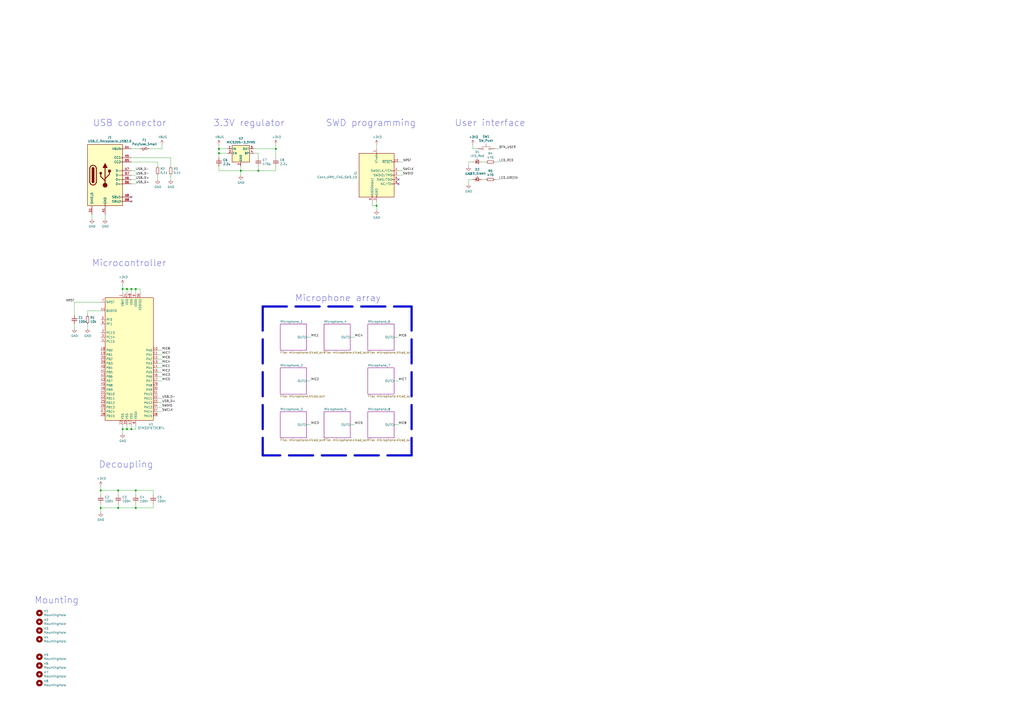
<source format=kicad_sch>
(kicad_sch (version 20210126) (generator eeschema)
  (paper "A2")
  (title_block (date "2021-02-27"))
  (lib_symbols
    (symbol "Connector:Conn_ARM_JTAG_SWD_10" (pin_names (offset 1.016))
      (property "Reference" "J" (at -2.54 16.51 0))
      (property "Value" "Conn_ARM_JTAG_SWD_10" (at -2.54 13.97 0))
      (symbol "Conn_ARM_JTAG_SWD_10_0_1"
        (rectangle (start -10.16 12.7) (end 10.16 -12.7) (stroke (width 0.254)) (fill (type background)))
        (rectangle (start -2.794 -12.7) (end -2.286 -11.684))
        (rectangle (start -0.254 -12.7) (end 0.254 -11.684))
        (rectangle (start -0.254 12.7) (end 0.254 11.684))
        (rectangle (start 9.144 2.286) (end 10.16 2.794))
        (rectangle (start 10.16 -2.794) (end 9.144 -2.286))
        (rectangle (start 10.16 -0.254) (end 9.144 0.254))
        (rectangle (start 10.16 7.874) (end 9.144 7.366))
      )
      (symbol "Conn_ARM_JTAG_SWD_10_1_1"
        (rectangle (start 9.144 -5.334) (end 10.16 -4.826))
        (pin power_in line (at 0 15.24 270) (length 2.54) (name "VTref") (number "1"))
        (pin open_collector line (at 12.7 7.62 180) (length 2.54) (name "~RESET~") (number "10"))
        (pin bidirectional line (at 12.7 0 180) (length 2.54) (name "SWDIO/TMS") (number "2"))
        (pin power_in line (at 0 -15.24 90) (length 2.54) (name "GND") (number "3"))
        (pin output line (at 12.7 2.54 180) (length 2.54) (name "SWDCLK/TCK") (number "4"))
        (pin passive line (at 0 -15.24 90) (length 2.54) hide (name "GND") (number "5"))
        (pin input line (at 12.7 -2.54 180) (length 2.54) (name "SWO/TDO") (number "6"))
        (pin no_connect line (at -10.16 0 0) (length 2.54) hide (name "KEY") (number "7"))
        (pin output line (at 12.7 -5.08 180) (length 2.54) (name "NC/TDI") (number "8"))
        (pin passive line (at -2.54 -15.24 90) (length 2.54) (name "GNDDetect") (number "9"))
      )
    )
    (symbol "Device:C_Small" (pin_numbers hide) (pin_names (offset 0.254) hide)
      (property "Reference" "C" (at 0.254 1.778 0))
      (property "Value" "C_Small" (at 0.254 -2.032 0))
      (symbol "C_Small_0_1"
        (polyline (pts (xy -1.524 -0.508) (xy 1.524 -0.508)) (stroke (width 0.3302)))
        (polyline (pts (xy -1.524 0.508) (xy 1.524 0.508)) (stroke (width 0.3048)))
      )
      (symbol "C_Small_1_1"
        (pin passive line (at 0 2.54 270) (length 2.032) (name "~") (number "1"))
        (pin passive line (at 0 -2.54 90) (length 2.032) (name "~") (number "2"))
      )
    )
    (symbol "Device:LED_Small" (pin_numbers hide) (pin_names (offset 0.254) hide)
      (property "Reference" "D" (at -1.27 3.175 0))
      (property "Value" "LED_Small" (at -4.445 -2.54 0))
      (symbol "LED_Small_0_1"
        (polyline (pts (xy -0.762 -1.016) (xy -0.762 1.016)) (stroke (width 0.254)))
        (polyline (pts (xy 1.016 0) (xy -0.762 0)))
        (polyline (pts (xy 0.762 -1.016) (xy -0.762 0) (xy 0.762 1.016) (xy 0.762 -1.016)) (stroke (width 0.254)))
        (polyline (pts (xy 0 0.762) (xy -0.508 1.27) (xy -0.254 1.27) (xy -0.508 1.27) (xy -0.508 1.016)))
        (polyline (pts (xy 0.508 1.27) (xy 0 1.778) (xy 0.254 1.778) (xy 0 1.778) (xy 0 1.524)))
      )
      (symbol "LED_Small_1_1"
        (pin passive line (at -2.54 0 0) (length 1.778) (name "K") (number "1"))
        (pin passive line (at 2.54 0 180) (length 1.778) (name "A") (number "2"))
      )
    )
    (symbol "Device:Polyfuse_Small" (pin_numbers hide) (pin_names (offset 0))
      (property "Reference" "F" (at -1.905 0 90))
      (property "Value" "Polyfuse_Small" (at 1.905 0 90))
      (symbol "Polyfuse_Small_0_1"
        (rectangle (start -0.508 1.27) (end 0.508 -1.27))
        (polyline (pts (xy 0 2.54) (xy 0 -2.54)))
        (polyline (pts (xy -1.016 1.27) (xy -1.016 0.762) (xy 1.016 -0.762) (xy 1.016 -1.27)))
      )
      (symbol "Polyfuse_Small_1_1"
        (pin passive line (at 0 2.54 270) (length 0.635) (name "~") (number "1"))
        (pin passive line (at 0 -2.54 90) (length 0.635) (name "~") (number "2"))
      )
    )
    (symbol "Device:R_Small" (pin_numbers hide) (pin_names (offset 0.254) hide)
      (property "Reference" "R" (at 0.762 0.508 0))
      (property "Value" "R_Small" (at 0.762 -1.016 0))
      (symbol "R_Small_0_1"
        (rectangle (start -0.762 1.778) (end 0.762 -1.778) (stroke (width 0.2032)))
      )
      (symbol "R_Small_1_1"
        (pin passive line (at 0 2.54 270) (length 0.762) (name "~") (number "1"))
        (pin passive line (at 0 -2.54 90) (length 0.762) (name "~") (number "2"))
      )
    )
    (symbol "MCU_ST_STM32F0:STM32F072C8Tx"
      (property "Reference" "U" (at -15.24 36.83 0))
      (property "Value" "STM32F072C8Tx" (at 7.62 36.83 0))
      (symbol "STM32F072C8Tx_0_1"
        (rectangle (start -15.24 -35.56) (end 12.7 35.56) (stroke (width 0.254)) (fill (type background)))
      )
      (symbol "STM32F072C8Tx_1_1"
        (pin power_in line (at -5.08 38.1 270) (length 2.54) (name "VBAT") (number "1"))
        (pin bidirectional line (at 15.24 5.08 180) (length 2.54) (name "PA0") (number "10"))
        (pin bidirectional line (at 15.24 2.54 180) (length 2.54) (name "PA1") (number "11"))
        (pin bidirectional line (at 15.24 0 180) (length 2.54) (name "PA2") (number "12"))
        (pin bidirectional line (at 15.24 -2.54 180) (length 2.54) (name "PA3") (number "13"))
        (pin bidirectional line (at 15.24 -5.08 180) (length 2.54) (name "PA4") (number "14"))
        (pin bidirectional line (at 15.24 -7.62 180) (length 2.54) (name "PA5") (number "15"))
        (pin bidirectional line (at 15.24 -10.16 180) (length 2.54) (name "PA6") (number "16"))
        (pin bidirectional line (at 15.24 -12.7 180) (length 2.54) (name "PA7") (number "17"))
        (pin bidirectional line (at -17.78 5.08 0) (length 2.54) (name "PB0") (number "18"))
        (pin bidirectional line (at -17.78 2.54 0) (length 2.54) (name "PB1") (number "19"))
        (pin bidirectional line (at -17.78 15.24 0) (length 2.54) (name "PC13") (number "2"))
        (pin bidirectional line (at -17.78 0 0) (length 2.54) (name "PB2") (number "20"))
        (pin bidirectional line (at -17.78 -20.32 0) (length 2.54) (name "PB10") (number "21"))
        (pin bidirectional line (at -17.78 -22.86 0) (length 2.54) (name "PB11") (number "22"))
        (pin power_in line (at -5.08 -38.1 90) (length 2.54) (name "VSS") (number "23"))
        (pin power_in line (at -2.54 38.1 270) (length 2.54) (name "VDD") (number "24"))
        (pin bidirectional line (at -17.78 -25.4 0) (length 2.54) (name "PB12") (number "25"))
        (pin bidirectional line (at -17.78 -27.94 0) (length 2.54) (name "PB13") (number "26"))
        (pin bidirectional line (at -17.78 -30.48 0) (length 2.54) (name "PB14") (number "27"))
        (pin bidirectional line (at -17.78 -33.02 0) (length 2.54) (name "PB15") (number "28"))
        (pin bidirectional line (at 15.24 -15.24 180) (length 2.54) (name "PA8") (number "29"))
        (pin bidirectional line (at -17.78 12.7 0) (length 2.54) (name "PC14") (number "3"))
        (pin bidirectional line (at 15.24 -17.78 180) (length 2.54) (name "PA9") (number "30"))
        (pin bidirectional line (at 15.24 -20.32 180) (length 2.54) (name "PA10") (number "31"))
        (pin bidirectional line (at 15.24 -22.86 180) (length 2.54) (name "PA11") (number "32"))
        (pin bidirectional line (at 15.24 -25.4 180) (length 2.54) (name "PA12") (number "33"))
        (pin bidirectional line (at 15.24 -27.94 180) (length 2.54) (name "PA13") (number "34"))
        (pin power_in line (at -2.54 -38.1 90) (length 2.54) (name "VSS") (number "35"))
        (pin power_in line (at 5.08 38.1 270) (length 2.54) (name "VDDIO2") (number "36"))
        (pin bidirectional line (at 15.24 -30.48 180) (length 2.54) (name "PA14") (number "37"))
        (pin bidirectional line (at 15.24 -33.02 180) (length 2.54) (name "PA15") (number "38"))
        (pin bidirectional line (at -17.78 -2.54 0) (length 2.54) (name "PB3") (number "39"))
        (pin bidirectional line (at -17.78 10.16 0) (length 2.54) (name "PC15") (number "4"))
        (pin bidirectional line (at -17.78 -5.08 0) (length 2.54) (name "PB4") (number "40"))
        (pin bidirectional line (at -17.78 -7.62 0) (length 2.54) (name "PB5") (number "41"))
        (pin bidirectional line (at -17.78 -10.16 0) (length 2.54) (name "PB6") (number "42"))
        (pin bidirectional line (at -17.78 -12.7 0) (length 2.54) (name "PB7") (number "43"))
        (pin input line (at -17.78 27.94 0) (length 2.54) (name "BOOT0") (number "44"))
        (pin bidirectional line (at -17.78 -15.24 0) (length 2.54) (name "PB8") (number "45"))
        (pin bidirectional line (at -17.78 -17.78 0) (length 2.54) (name "PB9") (number "46"))
        (pin power_in line (at 0 -38.1 90) (length 2.54) (name "VSS") (number "47"))
        (pin power_in line (at 0 38.1 270) (length 2.54) (name "VDD") (number "48"))
        (pin input line (at -17.78 22.86 0) (length 2.54) (name "PF0") (number "5"))
        (pin input line (at -17.78 20.32 0) (length 2.54) (name "PF1") (number "6"))
        (pin input line (at -17.78 33.02 0) (length 2.54) (name "NRST") (number "7"))
        (pin power_in line (at 2.54 -38.1 90) (length 2.54) (name "VSSA") (number "8"))
        (pin power_in line (at 2.54 38.1 270) (length 2.54) (name "VDDA") (number "9"))
      )
    )
    (symbol "Mechanical:MountingHole" (pin_names (offset 1.016))
      (property "Reference" "H" (at 0 5.08 0))
      (property "Value" "MountingHole" (at 0 3.175 0))
      (symbol "MountingHole_0_1"
        (circle (center 0 0) (radius 1.27) (stroke (width 1.27)))
      )
    )
    (symbol "Regulator_Linear:MIC5205-3.3YM5" (pin_names (offset 0.254))
      (property "Reference" "U" (at -3.81 5.715 0))
      (property "Value" "MIC5205-3.3YM5" (at 0 5.715 0))
      (symbol "MIC5205-3.3YM5_0_1"
        (rectangle (start -5.08 4.445) (end 5.08 -5.08) (stroke (width 0.254)) (fill (type background)))
      )
      (symbol "MIC5205-3.3YM5_1_1"
        (pin power_in line (at -7.62 2.54 0) (length 2.54) (name "IN") (number "1"))
        (pin power_in line (at 0 -7.62 90) (length 2.54) (name "GND") (number "2"))
        (pin input line (at -7.62 0 0) (length 2.54) (name "EN") (number "3"))
        (pin input line (at 7.62 0 180) (length 2.54) (name "BP") (number "4"))
        (pin power_out line (at 7.62 2.54 180) (length 2.54) (name "OUT") (number "5"))
      )
    )
    (symbol "Switch:SW_Push" (pin_numbers hide) (pin_names (offset 1.016) hide)
      (property "Reference" "SW" (at 1.27 2.54 0))
      (property "Value" "SW_Push" (at 0 -1.524 0))
      (symbol "SW_Push_0_1"
        (circle (center -2.032 0) (radius 0.508))
        (circle (center 2.032 0) (radius 0.508))
        (polyline (pts (xy 0 1.27) (xy 0 3.048)))
        (polyline (pts (xy 2.54 1.27) (xy -2.54 1.27)))
        (pin passive line (at -5.08 0 0) (length 2.54) (name "1") (number "1"))
        (pin passive line (at 5.08 0 180) (length 2.54) (name "2") (number "2"))
      )
    )
    (symbol "User:USB_C_Receptacle_USB2.0" (pin_names (offset 1.016))
      (property "Reference" "J" (at -10.16 19.05 0))
      (property "Value" "USB_C_Receptacle_USB2.0" (at 19.05 19.05 0))
      (symbol "USB_C_Receptacle_USB2.0_0_0"
        (rectangle (start -0.254 -17.78) (end 0.254 -16.764))
        (rectangle (start 10.16 -14.986) (end 9.144 -15.494))
        (rectangle (start 10.16 -12.446) (end 9.144 -12.954))
        (rectangle (start 10.16 -4.826) (end 9.144 -5.334))
        (rectangle (start 10.16 -2.286) (end 9.144 -2.794))
        (rectangle (start 10.16 0.254) (end 9.144 -0.254))
        (rectangle (start 10.16 2.794) (end 9.144 2.286))
        (rectangle (start 10.16 7.874) (end 9.144 7.366))
        (rectangle (start 10.16 10.414) (end 9.144 9.906))
        (rectangle (start 10.16 15.494) (end 9.144 14.986))
      )
      (symbol "USB_C_Receptacle_USB2.0_0_1"
        (arc (start -8.89 -3.81) (end -5.08 -3.81) (radius (at -6.985 -3.81) (length 1.905) (angles -179.9 -0.1)) (stroke (width 0.508)))
        (arc (start -7.62 -3.81) (end -6.35 -3.81) (radius (at -6.985 -3.81) (length 0.635) (angles -179.9 -0.1)) (stroke (width 0.254)))
        (arc (start -7.62 -3.81) (end -6.35 -3.81) (radius (at -6.985 -3.81) (length 0.635) (angles -179.9 -0.1)) (stroke (width 0.254)) (fill (type outline)))
        (arc (start -6.35 3.81) (end -7.62 3.81) (radius (at -6.985 3.81) (length 0.635) (angles 0.1 179.9)) (stroke (width 0.254)) (fill (type outline)))
        (arc (start -6.35 3.81) (end -7.62 3.81) (radius (at -6.985 3.81) (length 0.635) (angles 0.1 179.9)) (stroke (width 0.254)))
        (arc (start -5.08 3.81) (end -8.89 3.81) (radius (at -6.985 3.81) (length 1.905) (angles 0.1 179.9)) (stroke (width 0.508)))
        (circle (center -2.54 1.143) (radius 0.635) (stroke (width 0.254)) (fill (type outline)))
        (circle (center 0 -5.842) (radius 1.27) (fill (type outline)))
        (rectangle (start -10.16 17.78) (end 10.16 -17.78) (stroke (width 0.254)) (fill (type background)))
        (rectangle (start -7.62 -3.81) (end -6.35 3.81) (stroke (width 0.254)) (fill (type outline)))
        (rectangle (start 1.905 1.778) (end 3.175 3.048) (stroke (width 0.254)) (fill (type outline)))
        (polyline (pts (xy -8.89 -3.81) (xy -8.89 3.81)) (stroke (width 0.508)))
        (polyline (pts (xy -5.08 3.81) (xy -5.08 -3.81)) (stroke (width 0.508)))
        (polyline (pts (xy 0 -5.842) (xy 0 4.318)) (stroke (width 0.508)))
        (polyline (pts (xy 0 -3.302) (xy -2.54 -0.762) (xy -2.54 0.508)) (stroke (width 0.508)))
        (polyline (pts (xy 0 -2.032) (xy 2.54 0.508) (xy 2.54 1.778)) (stroke (width 0.508)))
        (polyline (pts (xy -1.27 4.318) (xy 0 6.858) (xy 1.27 4.318) (xy -1.27 4.318)) (stroke (width 0.254)) (fill (type outline)))
      )
      (symbol "USB_C_Receptacle_USB2.0_1_1"
        (pin passive line (at 0 -22.86 90) (length 5.08) (name "GND") (number "A1"))
        (pin passive line (at 0 -22.86 90) (length 5.08) hide (name "GND") (number "A12"))
        (pin passive line (at 15.24 15.24 180) (length 5.08) (name "VBUS") (number "A4"))
        (pin bidirectional line (at 15.24 10.16 180) (length 5.08) (name "CC1") (number "A5"))
        (pin bidirectional line (at 15.24 -2.54 180) (length 5.08) (name "D+") (number "A6"))
        (pin bidirectional line (at 15.24 2.54 180) (length 5.08) (name "D-") (number "A7"))
        (pin bidirectional line (at 15.24 -12.7 180) (length 5.08) (name "SBU1") (number "A8"))
        (pin passive line (at 15.24 15.24 180) (length 5.08) hide (name "VBUS") (number "A9"))
        (pin passive line (at 0 -22.86 90) (length 5.08) hide (name "GND") (number "B1"))
        (pin passive line (at 0 -22.86 90) (length 5.08) hide (name "GND") (number "B12"))
        (pin passive line (at 15.24 15.24 180) (length 5.08) hide (name "VBUS") (number "B4"))
        (pin bidirectional line (at 15.24 7.62 180) (length 5.08) (name "CC2") (number "B5"))
        (pin bidirectional line (at 15.24 -5.08 180) (length 5.08) (name "D+") (number "B6"))
        (pin bidirectional line (at 15.24 0 180) (length 5.08) (name "D-") (number "B7"))
        (pin bidirectional line (at 15.24 -15.24 180) (length 5.08) (name "SBU2") (number "B8"))
        (pin passive line (at 15.24 15.24 180) (length 5.08) hide (name "VBUS") (number "B9"))
        (pin passive line (at -7.62 -22.86 90) (length 5.08) (name "SHIELD") (number "S1"))
      )
    )
    (symbol "power:+3V3" (power) (pin_names (offset 0))
      (property "Value" "+3V3" (at 0 3.556 0))
      (symbol "+3V3_0_1"
        (polyline (pts (xy -0.762 1.27) (xy 0 2.54)))
        (polyline (pts (xy 0 0) (xy 0 2.54)))
        (polyline (pts (xy 0 2.54) (xy 0.762 1.27)))
      )
      (symbol "+3V3_1_1"
        (pin power_in line (at 0 0 90) (length 0) hide (name "+3V3") (number "1"))
      )
    )
    (symbol "power:GND" (power) (pin_names (offset 0))
      (property "Value" "GND" (at 0 -3.81 0))
      (symbol "GND_0_1"
        (polyline (pts (xy 0 0) (xy 0 -1.27) (xy 1.27 -1.27) (xy 0 -2.54) (xy -1.27 -1.27) (xy 0 -1.27)))
      )
      (symbol "GND_1_1"
        (pin power_in line (at 0 0 270) (length 0) hide (name "GND") (number "1"))
      )
    )
    (symbol "power:VBUS" (power) (pin_names (offset 0))
      (property "Value" "VBUS" (at 0 3.81 0))
      (symbol "VBUS_0_1"
        (polyline (pts (xy -0.762 1.27) (xy 0 2.54)))
        (polyline (pts (xy 0 0) (xy 0 2.54)))
        (polyline (pts (xy 0 2.54) (xy 0.762 1.27)))
      )
      (symbol "VBUS_1_1"
        (pin power_in line (at 0 0 90) (length 0) hide (name "VBUS") (number "1"))
      )
    )
  )
  (junction (at 58.42 284.48) (diameter 0.9144))
  (junction (at 58.42 294.64) (diameter 0.9144))
  (junction (at 68.58 284.48) (diameter 0.9144))
  (junction (at 68.58 294.64) (diameter 0.9144))
  (junction (at 71.12 167.64) (diameter 0.9144))
  (junction (at 71.12 248.92) (diameter 0.9144))
  (junction (at 73.66 167.64) (diameter 0.9144))
  (junction (at 73.66 248.92) (diameter 0.9144))
  (junction (at 76.2 167.64) (diameter 0.9144))
  (junction (at 76.2 248.92) (diameter 0.9144))
  (junction (at 78.74 167.64) (diameter 0.9144))
  (junction (at 78.74 284.48) (diameter 0.9144))
  (junction (at 78.74 294.64) (diameter 0.9144))
  (junction (at 127 86.36) (diameter 0.9144))
  (junction (at 127 88.9) (diameter 0.9144))
  (junction (at 139.7 99.06) (diameter 0.9144))
  (junction (at 149.86 99.06) (diameter 0.9144))
  (junction (at 160.02 86.36) (diameter 0.9144))
  (junction (at 218.44 119.38) (diameter 0.9144))
  (no_connect (at 76.2 114.3))
  (no_connect (at 76.2 116.84))
  (no_connect (at 231.14 104.14))
  (no_connect (at 231.14 106.68))
  (wire (pts (xy 43.18 175.26) (xy 43.18 182.88)))
  (wire (pts (xy 43.18 187.96) (xy 43.18 190.5)))
  (wire (pts (xy 50.8 180.34) (xy 58.42 180.34)))
  (wire (pts (xy 50.8 182.88) (xy 50.8 180.34)))
  (wire (pts (xy 50.8 187.96) (xy 50.8 190.5)))
  (wire (pts (xy 53.34 124.46) (xy 53.34 127)))
  (wire (pts (xy 58.42 175.26) (xy 43.18 175.26)))
  (wire (pts (xy 58.42 281.94) (xy 58.42 284.48)))
  (wire (pts (xy 58.42 284.48) (xy 58.42 287.02)))
  (wire (pts (xy 58.42 292.1) (xy 58.42 294.64)))
  (wire (pts (xy 58.42 294.64) (xy 58.42 297.18)))
  (wire (pts (xy 60.96 124.46) (xy 60.96 127)))
  (wire (pts (xy 68.58 284.48) (xy 58.42 284.48)))
  (wire (pts (xy 68.58 284.48) (xy 68.58 287.02)))
  (wire (pts (xy 68.58 292.1) (xy 68.58 294.64)))
  (wire (pts (xy 68.58 294.64) (xy 58.42 294.64)))
  (wire (pts (xy 71.12 165.1) (xy 71.12 167.64)))
  (wire (pts (xy 71.12 167.64) (xy 71.12 170.18)))
  (wire (pts (xy 71.12 167.64) (xy 73.66 167.64)))
  (wire (pts (xy 71.12 246.38) (xy 71.12 248.92)))
  (wire (pts (xy 71.12 248.92) (xy 71.12 251.46)))
  (wire (pts (xy 71.12 248.92) (xy 73.66 248.92)))
  (wire (pts (xy 73.66 167.64) (xy 73.66 170.18)))
  (wire (pts (xy 73.66 167.64) (xy 76.2 167.64)))
  (wire (pts (xy 73.66 246.38) (xy 73.66 248.92)))
  (wire (pts (xy 73.66 248.92) (xy 76.2 248.92)))
  (wire (pts (xy 76.2 86.36) (xy 81.28 86.36)))
  (wire (pts (xy 76.2 91.44) (xy 99.06 91.44)))
  (wire (pts (xy 76.2 99.06) (xy 78.74 99.06)))
  (wire (pts (xy 76.2 101.6) (xy 78.74 101.6)))
  (wire (pts (xy 76.2 104.14) (xy 78.74 104.14)))
  (wire (pts (xy 76.2 106.68) (xy 78.74 106.68)))
  (wire (pts (xy 76.2 167.64) (xy 76.2 170.18)))
  (wire (pts (xy 76.2 167.64) (xy 78.74 167.64)))
  (wire (pts (xy 76.2 246.38) (xy 76.2 248.92)))
  (wire (pts (xy 78.74 167.64) (xy 78.74 170.18)))
  (wire (pts (xy 78.74 167.64) (xy 81.28 167.64)))
  (wire (pts (xy 78.74 246.38) (xy 78.74 248.92)))
  (wire (pts (xy 78.74 248.92) (xy 76.2 248.92)))
  (wire (pts (xy 78.74 284.48) (xy 68.58 284.48)))
  (wire (pts (xy 78.74 284.48) (xy 78.74 287.02)))
  (wire (pts (xy 78.74 292.1) (xy 78.74 294.64)))
  (wire (pts (xy 78.74 294.64) (xy 68.58 294.64)))
  (wire (pts (xy 81.28 167.64) (xy 81.28 170.18)))
  (wire (pts (xy 86.36 86.36) (xy 93.98 86.36)))
  (wire (pts (xy 88.9 284.48) (xy 78.74 284.48)))
  (wire (pts (xy 88.9 287.02) (xy 88.9 284.48)))
  (wire (pts (xy 88.9 292.1) (xy 88.9 294.64)))
  (wire (pts (xy 88.9 294.64) (xy 78.74 294.64)))
  (wire (pts (xy 91.44 93.98) (xy 76.2 93.98)))
  (wire (pts (xy 91.44 96.52) (xy 91.44 93.98)))
  (wire (pts (xy 91.44 101.6) (xy 91.44 104.14)))
  (wire (pts (xy 91.44 203.2) (xy 93.98 203.2)))
  (wire (pts (xy 91.44 205.74) (xy 93.98 205.74)))
  (wire (pts (xy 91.44 208.28) (xy 93.98 208.28)))
  (wire (pts (xy 91.44 210.82) (xy 93.98 210.82)))
  (wire (pts (xy 91.44 213.36) (xy 93.98 213.36)))
  (wire (pts (xy 91.44 215.9) (xy 93.98 215.9)))
  (wire (pts (xy 91.44 218.44) (xy 93.98 218.44)))
  (wire (pts (xy 91.44 220.98) (xy 93.98 220.98)))
  (wire (pts (xy 91.44 231.14) (xy 93.98 231.14)))
  (wire (pts (xy 91.44 233.68) (xy 93.98 233.68)))
  (wire (pts (xy 91.44 236.22) (xy 93.98 236.22)))
  (wire (pts (xy 91.44 238.76) (xy 93.98 238.76)))
  (wire (pts (xy 93.98 86.36) (xy 93.98 83.82)))
  (wire (pts (xy 99.06 91.44) (xy 99.06 96.52)))
  (wire (pts (xy 99.06 101.6) (xy 99.06 104.14)))
  (wire (pts (xy 127 83.82) (xy 127 86.36)))
  (wire (pts (xy 127 86.36) (xy 132.08 86.36)))
  (wire (pts (xy 127 88.9) (xy 127 86.36)))
  (wire (pts (xy 127 88.9) (xy 127 91.44)))
  (wire (pts (xy 127 96.52) (xy 127 99.06)))
  (wire (pts (xy 127 99.06) (xy 139.7 99.06)))
  (wire (pts (xy 132.08 88.9) (xy 127 88.9)))
  (wire (pts (xy 139.7 96.52) (xy 139.7 99.06)))
  (wire (pts (xy 139.7 99.06) (xy 139.7 101.6)))
  (wire (pts (xy 147.32 86.36) (xy 160.02 86.36)))
  (wire (pts (xy 147.32 88.9) (xy 149.86 88.9)))
  (wire (pts (xy 149.86 88.9) (xy 149.86 91.44)))
  (wire (pts (xy 149.86 96.52) (xy 149.86 99.06)))
  (wire (pts (xy 149.86 99.06) (xy 139.7 99.06)))
  (wire (pts (xy 160.02 83.82) (xy 160.02 86.36)))
  (wire (pts (xy 160.02 86.36) (xy 160.02 91.44)))
  (wire (pts (xy 160.02 96.52) (xy 160.02 99.06)))
  (wire (pts (xy 160.02 99.06) (xy 149.86 99.06)))
  (wire (pts (xy 177.8 195.58) (xy 180.34 195.58)))
  (wire (pts (xy 177.8 220.98) (xy 180.34 220.98)))
  (wire (pts (xy 177.8 246.38) (xy 180.34 246.38)))
  (wire (pts (xy 203.2 195.58) (xy 205.74 195.58)))
  (wire (pts (xy 203.2 246.38) (xy 205.74 246.38)))
  (wire (pts (xy 215.9 116.84) (xy 215.9 119.38)))
  (wire (pts (xy 215.9 119.38) (xy 218.44 119.38)))
  (wire (pts (xy 218.44 83.82) (xy 218.44 86.36)))
  (wire (pts (xy 218.44 116.84) (xy 218.44 119.38)))
  (wire (pts (xy 218.44 119.38) (xy 218.44 121.92)))
  (wire (pts (xy 228.6 195.58) (xy 231.14 195.58)))
  (wire (pts (xy 228.6 220.98) (xy 231.14 220.98)))
  (wire (pts (xy 228.6 246.38) (xy 231.14 246.38)))
  (wire (pts (xy 231.14 93.98) (xy 233.68 93.98)))
  (wire (pts (xy 231.14 99.06) (xy 233.68 99.06)))
  (wire (pts (xy 231.14 101.6) (xy 233.68 101.6)))
  (wire (pts (xy 271.78 93.98) (xy 271.78 96.52)))
  (wire (pts (xy 271.78 104.14) (xy 271.78 106.68)))
  (wire (pts (xy 274.32 83.82) (xy 274.32 86.36)))
  (wire (pts (xy 274.32 86.36) (xy 276.86 86.36)))
  (wire (pts (xy 274.32 93.98) (xy 271.78 93.98)))
  (wire (pts (xy 274.32 104.14) (xy 271.78 104.14)))
  (wire (pts (xy 279.4 93.98) (xy 281.94 93.98)))
  (wire (pts (xy 279.4 104.14) (xy 281.94 104.14)))
  (wire (pts (xy 287.02 86.36) (xy 289.56 86.36)))
  (wire (pts (xy 287.02 93.98) (xy 289.56 93.98)))
  (wire (pts (xy 287.02 104.14) (xy 289.56 104.14)))
  (polyline (pts (xy 152.4 177.8) (xy 152.4 264.16)) (stroke (width 1.27) (type dash)))
  (polyline (pts (xy 152.4 177.8) (xy 238.76 177.8)) (stroke (width 1.27) (type dash)))
  (polyline (pts (xy 238.76 177.8) (xy 238.76 264.16)) (stroke (width 1.27) (type dash)))
  (polyline (pts (xy 238.76 264.16) (xy 152.4 264.16)) (stroke (width 1.27) (type dash)))
  (text "Mounting" (at 45.72 350.52 180) (effects (font (size 3.81 3.81)) (justify right bottom)))
  (text "Decoupling" (at 88.9 271.78 180) (effects (font (size 3.81 3.81)) (justify right bottom)))
  (text "USB connector" (at 96.52 73.66 180) (effects (font (size 3.81 3.81)) (justify right bottom)))
  (text "Microcontroller" (at 96.52 154.94 180) (effects (font (size 3.81 3.81)) (justify right bottom)))
  (text "3.3V regulator" (at 165.1 73.66 180) (effects (font (size 3.81 3.81)) (justify right bottom)))
  (text "Microphone array" (at 220.98 175.26 180) (effects (font (size 3.81 3.81)) (justify right bottom)))
  (text "SWD programming" (at 241.3 73.66 180) (effects (font (size 3.81 3.81)) (justify right bottom)))
  (text "User interface" (at 304.8 73.66 180) (effects (font (size 3.81 3.81)) (justify right bottom)))
  (label "NRST" (at 43.18 175.26 180))
  (label "USB_D-" (at 78.74 99.06 0))
  (label "USB_D-" (at 78.74 101.6 0))
  (label "USB_D+" (at 78.74 104.14 0))
  (label "USB_D+" (at 78.74 106.68 0))
  (label "MIC8" (at 93.98 203.2 0))
  (label "MIC7" (at 93.98 205.74 0))
  (label "MIC6" (at 93.98 208.28 0))
  (label "MIC4" (at 93.98 210.82 0))
  (label "MIC1" (at 93.98 213.36 0))
  (label "MIC2" (at 93.98 215.9 0))
  (label "MIC3" (at 93.98 218.44 0))
  (label "MIC5" (at 93.98 220.98 0))
  (label "USB_D-" (at 93.98 231.14 0))
  (label "USB_D+" (at 93.98 233.68 0))
  (label "SWDIO" (at 93.98 236.22 0))
  (label "SWCLK" (at 93.98 238.76 0))
  (label "MIC1" (at 180.34 195.58 0))
  (label "MIC2" (at 180.34 220.98 0))
  (label "MIC3" (at 180.34 246.38 0))
  (label "MIC4" (at 205.74 195.58 0))
  (label "MIC5" (at 205.74 246.38 0))
  (label "MIC6" (at 231.14 195.58 0))
  (label "MIC7" (at 231.14 220.98 0))
  (label "MIC8" (at 231.14 246.38 0))
  (label "NRST" (at 233.68 93.98 0))
  (label "SWCLK" (at 233.68 99.06 0))
  (label "SWDIO" (at 233.68 101.6 0))
  (label "BTN_USER" (at 289.56 86.36 0))
  (label "LED_RED" (at 289.56 93.98 0))
  (label "LED_GREEN" (at 289.56 104.14 0))
  (symbol (lib_id "power:+3V3") (at 58.42 281.94 0) (unit 1)
    (property "Reference" "#PWR04" (effects hide))
    (property "Value" "+3V3" (at 58.7883 277.6156 0))
  )
  (symbol (lib_id "power:+3V3") (at 71.12 165.1 0) (unit 1)
    (property "Reference" "#PWR07" (effects hide))
    (property "Value" "+3V3" (at 71.4883 160.7756 0))
  )
  (symbol (lib_id "power:VBUS") (at 93.98 83.82 0) (unit 1)
    (property "Reference" "#PWR010" (effects hide))
    (property "Value" "VBUS" (at 94.3483 79.4956 0))
  )
  (symbol (lib_id "power:VBUS") (at 127 83.82 0) (unit 1)
    (property "Reference" "#PWR012" (effects hide))
    (property "Value" "VBUS" (at 127.3683 79.4956 0))
  )
  (symbol (lib_id "power:+3V3") (at 160.02 83.82 0) (unit 1)
    (property "Reference" "#PWR014" (effects hide))
    (property "Value" "+3V3" (at 160.3883 79.4956 0))
  )
  (symbol (lib_id "power:+3V3") (at 218.44 83.82 0) (unit 1)
    (property "Reference" "#PWR015" (effects hide))
    (property "Value" "+3V3" (at 218.8083 79.4956 0))
  )
  (symbol (lib_id "power:+3V3") (at 274.32 83.82 0) (unit 1)
    (property "Reference" "#PWR019" (effects hide))
    (property "Value" "+3V3" (at 274.6883 79.4956 0))
  )
  (symbol (lib_id "power:GND") (at 43.18 190.5 0) (unit 1)
    (property "Reference" "#PWR01" (effects hide))
    (property "Value" "GND" (at 43.2943 194.8244 0))
  )
  (symbol (lib_id "power:GND") (at 50.8 190.5 0) (unit 1)
    (property "Reference" "#PWR02" (effects hide))
    (property "Value" "GND" (at 50.9143 194.8244 0))
  )
  (symbol (lib_id "power:GND") (at 53.34 127 0) (unit 1)
    (property "Reference" "#PWR03" (effects hide))
    (property "Value" "GND" (at 53.4543 131.3244 0))
  )
  (symbol (lib_id "power:GND") (at 58.42 297.18 0) (unit 1)
    (property "Reference" "#PWR05" (effects hide))
    (property "Value" "GND" (at 58.5343 301.5044 0))
  )
  (symbol (lib_id "power:GND") (at 60.96 127 0) (unit 1)
    (property "Reference" "#PWR06" (effects hide))
    (property "Value" "GND" (at 61.0743 131.3244 0))
  )
  (symbol (lib_id "power:GND") (at 71.12 251.46 0) (unit 1)
    (property "Reference" "#PWR08" (effects hide))
    (property "Value" "GND" (at 71.2343 255.7844 0))
  )
  (symbol (lib_id "power:GND") (at 91.44 104.14 0) (unit 1)
    (property "Reference" "#PWR09" (effects hide))
    (property "Value" "GND" (at 91.5543 108.4644 0))
  )
  (symbol (lib_id "power:GND") (at 99.06 104.14 0) (unit 1)
    (property "Reference" "#PWR011" (effects hide))
    (property "Value" "GND" (at 99.1743 108.4644 0))
  )
  (symbol (lib_id "power:GND") (at 139.7 101.6 0) (unit 1)
    (property "Reference" "#PWR013" (effects hide))
    (property "Value" "GND" (at 139.8143 105.9244 0))
  )
  (symbol (lib_id "power:GND") (at 218.44 121.92 0) (unit 1)
    (property "Reference" "#PWR016" (effects hide))
    (property "Value" "GND" (at 218.5543 126.2444 0))
  )
  (symbol (lib_id "power:GND") (at 271.78 96.52 0) (unit 1)
    (property "Reference" "#PWR017" (effects hide))
    (property "Value" "GND" (at 271.8943 100.8444 0))
  )
  (symbol (lib_id "power:GND") (at 271.78 106.68 0) (unit 1)
    (property "Reference" "#PWR018" (effects hide))
    (property "Value" "GND" (at 271.8943 111.0044 0))
  )
  (symbol (lib_id "Device:R_Small") (at 50.8 185.42 0) (unit 1)
    (property "Reference" "R1" (at 52.2987 184.2706 0) (effects (justify left)))
    (property "Value" "10k" (at 52.299 186.569 0) (effects (justify left)))
    (property "Tolerance" "1%" (effects hide))
    (property "Voltage" "50V" (effects hide))
  )
  (symbol (lib_id "Device:R_Small") (at 91.44 99.06 0) (unit 1)
    (property "Reference" "R2" (at 92.9387 97.9106 0) (effects (justify left)))
    (property "Value" "5.1k" (at 92.9386 100.203 0) (effects (justify left)))
    (property "Tolerance" "1%" (effects hide))
    (property "Voltage" "50V" (effects hide))
  )
  (symbol (lib_id "Device:R_Small") (at 99.06 99.06 0) (unit 1)
    (property "Reference" "R3" (at 100.5587 97.9106 0) (effects (justify left)))
    (property "Value" "5.1k" (at 100.5586 100.203 0) (effects (justify left)))
    (property "Tolerance" "1%" (effects hide))
    (property "Voltage" "50V" (effects hide))
  )
  (symbol (lib_id "Device:R_Small") (at 284.48 93.98 90) (unit 1)
    (property "Reference" "R4" (at 284.48 89.0332 90))
    (property "Value" "470" (at 284.48 91.3384 90))
    (property "Tolerance" "1%" (effects hide))
    (property "Voltage" "50V" (effects hide))
  )
  (symbol (lib_id "Device:R_Small") (at 284.48 104.14 90) (unit 1)
    (property "Reference" "R5" (at 284.48 99.1932 90))
    (property "Value" "470" (at 284.48 101.4984 90))
    (property "Tolerance" "1%" (effects hide))
    (property "Voltage" "50V" (effects hide))
  )
  (symbol (lib_id "Device:Polyfuse_Small") (at 83.82 86.36 90) (unit 1)
    (property "Reference" "F1" (at 83.82 81.2608 90))
    (property "Value" "Polyfuse_Small" (at 83.82 83.5595 90))
  )
  (symbol (lib_id "Mechanical:MountingHole") (at 22.86 355.6 0) (unit 1)
    (property "Reference" "H1" (at 25.4001 354.4506 0) (effects (justify left)))
    (property "Value" "MountingHole" (at 25.4001 356.7493 0) (effects (justify left)))
  )
  (symbol (lib_id "Mechanical:MountingHole") (at 22.86 360.68 0) (unit 1)
    (property "Reference" "H2" (at 25.4001 359.5306 0) (effects (justify left)))
    (property "Value" "MountingHole" (at 25.4001 361.8293 0) (effects (justify left)))
  )
  (symbol (lib_id "Mechanical:MountingHole") (at 22.86 365.76 0) (unit 1)
    (property "Reference" "H3" (at 25.4001 364.6106 0) (effects (justify left)))
    (property "Value" "MountingHole" (at 25.4001 366.9093 0) (effects (justify left)))
  )
  (symbol (lib_id "Mechanical:MountingHole") (at 22.86 370.84 0) (unit 1)
    (property "Reference" "H4" (at 25.4001 369.6906 0) (effects (justify left)))
    (property "Value" "MountingHole" (at 25.4001 371.9893 0) (effects (justify left)))
  )
  (symbol (lib_id "Mechanical:MountingHole") (at 22.86 381 0) (unit 1)
    (property "Reference" "H5" (at 25.4001 379.8506 0) (effects (justify left)))
    (property "Value" "MountingHole" (at 25.4001 382.1493 0) (effects (justify left)))
  )
  (symbol (lib_id "Mechanical:MountingHole") (at 22.86 386.08 0) (unit 1)
    (property "Reference" "H6" (at 25.4001 384.9306 0) (effects (justify left)))
    (property "Value" "MountingHole" (at 25.4001 387.2293 0) (effects (justify left)))
  )
  (symbol (lib_id "Mechanical:MountingHole") (at 22.86 391.16 0) (unit 1)
    (property "Reference" "H7" (at 25.4001 390.0106 0) (effects (justify left)))
    (property "Value" "MountingHole" (at 25.4001 392.3093 0) (effects (justify left)))
  )
  (symbol (lib_id "Mechanical:MountingHole") (at 22.86 396.24 0) (unit 1)
    (property "Reference" "H8" (at 25.4001 395.0906 0) (effects (justify left)))
    (property "Value" "MountingHole" (at 25.4001 397.3893 0) (effects (justify left)))
  )
  (symbol (lib_id "Device:LED_Small") (at 276.86 93.98 0) (unit 1)
    (property "Reference" "D1" (at 276.86 88.1188 0))
    (property "Value" "LED_Red" (at 276.86 90.424 0))
  )
  (symbol (lib_id "Device:LED_Small") (at 276.86 104.14 0) (unit 1)
    (property "Reference" "D2" (at 276.86 98.2788 0))
    (property "Value" "LED_Green" (at 276.86 100.584 0))
  )
  (symbol (lib_id "Device:C_Small") (at 43.18 185.42 0) (unit 1)
    (property "Reference" "C1" (at 45.5042 184.2706 0) (effects (justify left)))
    (property "Value" "100n" (at 45.504 186.569 0) (effects (justify left)))
    (property "Tolerance" "10%" (effects hide))
    (property "Voltage" "6.3V" (effects hide))
    (property "Dielectric" "-" (effects hide))
  )
  (symbol (lib_id "Device:C_Small") (at 58.42 289.56 0) (unit 1)
    (property "Reference" "C2" (at 60.7442 288.4106 0) (effects (justify left)))
    (property "Value" "100n" (at 60.7568 290.703 0) (effects (justify left)))
    (property "Tolerance" "10%" (effects hide))
    (property "Voltage" "6.3V" (effects hide))
    (property "Dielectric" "-" (effects hide))
  )
  (symbol (lib_id "Device:C_Small") (at 68.58 289.56 0) (unit 1)
    (property "Reference" "C3" (at 70.9042 288.4106 0) (effects (justify left)))
    (property "Value" "100n" (at 70.9168 290.703 0) (effects (justify left)))
    (property "Tolerance" "10%" (effects hide))
    (property "Voltage" "6.3V" (effects hide))
    (property "Dielectric" "-" (effects hide))
  )
  (symbol (lib_id "Device:C_Small") (at 78.74 289.56 0) (unit 1)
    (property "Reference" "C4" (at 81.0642 288.4106 0) (effects (justify left)))
    (property "Value" "100n" (at 81.0768 290.703 0) (effects (justify left)))
    (property "Tolerance" "10%" (effects hide))
    (property "Voltage" "6.3V" (effects hide))
    (property "Dielectric" "-" (effects hide))
  )
  (symbol (lib_id "Device:C_Small") (at 88.9 289.56 0) (unit 1)
    (property "Reference" "C5" (at 91.2242 288.4106 0) (effects (justify left)))
    (property "Value" "100n" (at 91.2368 290.703 0) (effects (justify left)))
    (property "Tolerance" "10%" (effects hide))
    (property "Voltage" "6.3V" (effects hide))
    (property "Dielectric" "-" (effects hide))
  )
  (symbol (lib_id "Device:C_Small") (at 127 93.98 0) (unit 1)
    (property "Reference" "C6" (at 129.3242 92.8306 0) (effects (justify left)))
    (property "Value" "2.2u" (at 129.3368 95.123 0) (effects (justify left)))
    (property "Tolerance" "10%" (effects hide))
    (property "Voltage" "6.3V" (effects hide))
    (property "Dielectric" "-" (effects hide))
  )
  (symbol (lib_id "Device:C_Small") (at 149.86 93.98 0) (unit 1)
    (property "Reference" "C7" (at 152.1842 92.8306 0) (effects (justify left)))
    (property "Value" "470p" (at 152.1968 95.123 0) (effects (justify left)))
    (property "Voltage" "6.3V" (effects hide))
    (property "Dielectric" "-" (effects hide))
    (property "Tolerance" "10%" (effects hide))
  )
  (symbol (lib_id "Device:C_Small") (at 160.02 93.98 0) (unit 1)
    (property "Reference" "C8" (at 162.3442 92.8306 0) (effects (justify left)))
    (property "Value" "2.2u" (at 162.3568 95.123 0) (effects (justify left)))
    (property "Tolerance" "10%" (effects hide))
    (property "Voltage" "6.3V" (effects hide))
    (property "Dielectric" "-" (effects hide))
  )
  (symbol (lib_id "Switch:SW_Push") (at 281.94 86.36 0) (unit 1)
    (property "Reference" "SW1" (at 281.94 79.2288 0))
    (property "Value" "SW_Push" (at 281.94 81.5275 0))
  )
  (symbol (lib_id "Regulator_Linear:MIC5205-3.3YM5") (at 139.7 88.9 0) (unit 1)
    (property "Reference" "U2" (at 139.7 80.2448 0))
    (property "Value" "MIC5205-3.3YM5" (at 139.7 82.5435 0))
    (property "Footprint" "Package_TO_SOT_SMD:SOT-23-5" (effects hide))
    (property "Datasheet" "http://ww1.microchip.com/downloads/en/DeviceDoc/20005785A.pdf" (effects hide))
  )
  (symbol (lib_id "Connector:Conn_ARM_JTAG_SWD_10") (at 218.44 101.6 0) (unit 1)
    (property "Reference" "J2" (at 207.2639 100.4506 0) (effects (justify right)))
    (property "Value" "Conn_ARM_JTAG_SWD_10" (at 207.2639 102.7493 0) (effects (justify right)))
    (property "Datasheet" "http://infocenter.arm.com/help/topic/com.arm.doc.ddi0314h/DDI0314H_coresight_components_trm.pdf" (effects hide))
  )
  (symbol (lib_id "User:USB_C_Receptacle_USB2.0") (at 60.96 101.6 0) (unit 1)
    (property "Reference" "J1" (at 63.627 79.6098 0))
    (property "Value" "USB_C_Receptacle_USB2.0" (at 63.627 81.9085 0))
    (property "Footprint" "User:USB_C_Receptacle_HRO_TYPE-C-31-M-12" (effects hide))
    (property "Datasheet" "https://www.usb.org/sites/default/files/documents/usb_type-c.zip" (effects hide))
  )
  (symbol (lib_id "MCU_ST_STM32F0:STM32F072C8Tx") (at 76.2 208.28 0) (unit 1)
    (property "Reference" "U1" (at 87.63 246.0054 0))
    (property "Value" "STM32F072C8Tx" (at 87.63 248.3041 0))
    (property "Footprint" "Package_QFP:LQFP-48_7x7mm_P0.5mm" (effects hide))
    (property "Datasheet" "http://www.st.com/st-web-ui/static/active/en/resource/technical/document/datasheet/DM00090510.pdf" (effects hide))
  )
  (sheet (at 162.56 187.96) (size 15.24 15.24) (stroke (width 0) (color 132 0 132 1)) (fill (color 255 255 255 0.0000))
    (property "Sheet name" "Microphone_1" (at 162.56 187.325 0) (effects (justify left bottom)))
    (property "Sheet file" "microphone.kicad_sch" (at 162.56 203.7085 0) (effects (justify left top)))
    (pin "OUT" output (at 177.8 195.58 0))
  )
  (sheet (at 162.56 213.36) (size 15.24 15.24) (stroke (width 0) (color 132 0 132 1)) (fill (color 255 255 255 0.0000))
    (property "Sheet name" "Microphone_2" (at 162.56 212.725 0) (effects (justify left bottom)))
    (property "Sheet file" "microphone.kicad_sch" (at 162.56 229.1085 0) (effects (justify left top)))
    (pin "OUT" output (at 177.8 220.98 0))
  )
  (sheet (at 162.56 238.76) (size 15.24 15.24) (stroke (width 0) (color 132 0 132 1)) (fill (color 255 255 255 0.0000))
    (property "Sheet name" "Microphone_3" (at 162.56 238.125 0) (effects (justify left bottom)))
    (property "Sheet file" "microphone.kicad_sch" (at 162.56 254.5085 0) (effects (justify left top)))
    (pin "OUT" output (at 177.8 246.38 0))
  )
  (sheet (at 187.96 187.96) (size 15.24 15.24) (stroke (width 0) (color 132 0 132 1)) (fill (color 255 255 255 0.0000))
    (property "Sheet name" "Microphone_4" (at 187.96 187.325 0) (effects (justify left bottom)))
    (property "Sheet file" "microphone.kicad_sch" (at 187.96 203.7085 0) (effects (justify left top)))
    (pin "OUT" output (at 203.2 195.58 0))
  )
  (sheet (at 187.96 238.76) (size 15.24 15.24) (stroke (width 0) (color 132 0 132 1)) (fill (color 255 255 255 0.0000))
    (property "Sheet name" "Microphone_5" (at 187.96 238.125 0) (effects (justify left bottom)))
    (property "Sheet file" "microphone.kicad_sch" (at 187.96 254.5085 0) (effects (justify left top)))
    (pin "OUT" output (at 203.2 246.38 0))
  )
  (sheet (at 213.36 187.96) (size 15.24 15.24) (stroke (width 0) (color 132 0 132 1)) (fill (color 255 255 255 0.0000))
    (property "Sheet name" "Microphone_6" (at 213.36 187.325 0) (effects (justify left bottom)))
    (property "Sheet file" "microphone.kicad_sch" (at 213.36 203.7085 0) (effects (justify left top)))
    (pin "OUT" output (at 228.6 195.58 0))
  )
  (sheet (at 213.36 213.36) (size 15.24 15.24) (stroke (width 0) (color 132 0 132 1)) (fill (color 255 255 255 0.0000))
    (property "Sheet name" "Microphone_7" (at 213.36 212.725 0) (effects (justify left bottom)))
    (property "Sheet file" "microphone.kicad_sch" (at 213.36 229.1085 0) (effects (justify left top)))
    (pin "OUT" output (at 228.6 220.98 0))
  )
  (sheet (at 213.36 238.76) (size 15.24 15.24) (stroke (width 0) (color 132 0 132 1)) (fill (color 255 255 255 0.0000))
    (property "Sheet name" "Microphone_8" (at 213.36 238.125 0) (effects (justify left bottom)))
    (property "Sheet file" "microphone.kicad_sch" (at 213.36 254.5085 0) (effects (justify left top)))
    (pin "OUT" output (at 228.6 246.38 0))
  )
)
</source>
